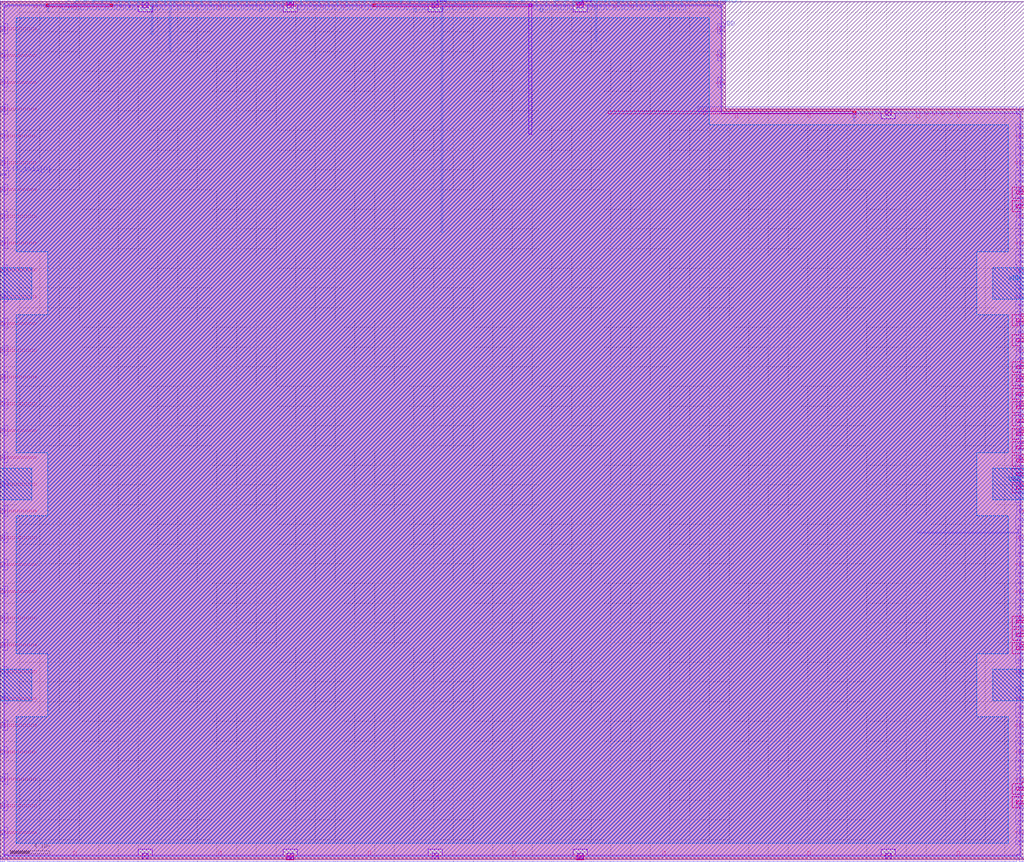
<source format=lef>
VERSION 5.7 ;
BUSBITCHARS "[]" ;

UNITS
  DATABASE MICRONS 1000 ;
END UNITS

MANUFACTURINGGRID 0.005 ;

LAYER li1
  TYPE ROUTING ;
  DIRECTION VERTICAL ;
  PITCH 0.46 ;
  WIDTH 0.17 ;
END li1

LAYER mcon
  TYPE CUT ;
END mcon

LAYER met1
  TYPE ROUTING ;
  DIRECTION HORIZONTAL ;
  PITCH 0.34 ;
  WIDTH 0.14 ;
END met1

LAYER via
  TYPE CUT ;
END via

LAYER met2
  TYPE ROUTING ;
  DIRECTION VERTICAL ;
  PITCH 0.46 ;
  WIDTH 0.14 ;
END met2

LAYER via2
  TYPE CUT ;
END via2

LAYER met3
  TYPE ROUTING ;
  DIRECTION HORIZONTAL ;
  PITCH 0.68 ;
  WIDTH 0.3 ;
END met3

LAYER via3
  TYPE CUT ;
END via3

LAYER met4
  TYPE ROUTING ;
  DIRECTION VERTICAL ;
  PITCH 0.92 ;
  WIDTH 0.3 ;
END met4

LAYER via4
  TYPE CUT ;
END via4

LAYER met5
  TYPE ROUTING ;
  DIRECTION HORIZONTAL ;
  PITCH 3.4 ;
  WIDTH 1.6 ;
END met5

LAYER nwell
  TYPE MASTERSLICE ;
END nwell

LAYER pwell
  TYPE MASTERSLICE ;
END pwell

LAYER OVERLAP
  TYPE OVERLAP ;
END OVERLAP

VIA L1M1_PR
  LAYER li1 ;
    RECT -0.085 -0.085 0.085 0.085 ;
  LAYER mcon ;
    RECT -0.085 -0.085 0.085 0.085 ;
  LAYER met1 ;
    RECT -0.145 -0.115 0.145 0.115 ;
END L1M1_PR

VIA L1M1_PR_R
  LAYER li1 ;
    RECT -0.085 -0.085 0.085 0.085 ;
  LAYER mcon ;
    RECT -0.085 -0.085 0.085 0.085 ;
  LAYER met1 ;
    RECT -0.115 -0.145 0.115 0.145 ;
END L1M1_PR_R

VIA L1M1_PR_M
  LAYER li1 ;
    RECT -0.085 -0.085 0.085 0.085 ;
  LAYER mcon ;
    RECT -0.085 -0.085 0.085 0.085 ;
  LAYER met1 ;
    RECT -0.115 -0.145 0.115 0.145 ;
END L1M1_PR_M

VIA L1M1_PR_MR
  LAYER li1 ;
    RECT -0.085 -0.085 0.085 0.085 ;
  LAYER mcon ;
    RECT -0.085 -0.085 0.085 0.085 ;
  LAYER met1 ;
    RECT -0.145 -0.115 0.145 0.115 ;
END L1M1_PR_MR

VIA L1M1_PR_C
  LAYER li1 ;
    RECT -0.085 -0.085 0.085 0.085 ;
  LAYER mcon ;
    RECT -0.085 -0.085 0.085 0.085 ;
  LAYER met1 ;
    RECT -0.145 -0.145 0.145 0.145 ;
END L1M1_PR_C

VIA M1M2_PR
  LAYER met1 ;
    RECT -0.16 -0.13 0.16 0.13 ;
  LAYER via ;
    RECT -0.075 -0.075 0.075 0.075 ;
  LAYER met2 ;
    RECT -0.13 -0.16 0.13 0.16 ;
END M1M2_PR

VIA M1M2_PR_Enc
  LAYER met1 ;
    RECT -0.16 -0.13 0.16 0.13 ;
  LAYER via ;
    RECT -0.075 -0.075 0.075 0.075 ;
  LAYER met2 ;
    RECT -0.16 -0.13 0.16 0.13 ;
END M1M2_PR_Enc

VIA M1M2_PR_R
  LAYER met1 ;
    RECT -0.13 -0.16 0.13 0.16 ;
  LAYER via ;
    RECT -0.075 -0.075 0.075 0.075 ;
  LAYER met2 ;
    RECT -0.16 -0.13 0.16 0.13 ;
END M1M2_PR_R

VIA M1M2_PR_R_Enc
  LAYER met1 ;
    RECT -0.13 -0.16 0.13 0.16 ;
  LAYER via ;
    RECT -0.075 -0.075 0.075 0.075 ;
  LAYER met2 ;
    RECT -0.13 -0.16 0.13 0.16 ;
END M1M2_PR_R_Enc

VIA M1M2_PR_M
  LAYER met1 ;
    RECT -0.16 -0.13 0.16 0.13 ;
  LAYER via ;
    RECT -0.075 -0.075 0.075 0.075 ;
  LAYER met2 ;
    RECT -0.16 -0.13 0.16 0.13 ;
END M1M2_PR_M

VIA M1M2_PR_M_Enc
  LAYER met1 ;
    RECT -0.16 -0.13 0.16 0.13 ;
  LAYER via ;
    RECT -0.075 -0.075 0.075 0.075 ;
  LAYER met2 ;
    RECT -0.13 -0.16 0.13 0.16 ;
END M1M2_PR_M_Enc

VIA M1M2_PR_MR
  LAYER met1 ;
    RECT -0.13 -0.16 0.13 0.16 ;
  LAYER via ;
    RECT -0.075 -0.075 0.075 0.075 ;
  LAYER met2 ;
    RECT -0.13 -0.16 0.13 0.16 ;
END M1M2_PR_MR

VIA M1M2_PR_MR_Enc
  LAYER met1 ;
    RECT -0.13 -0.16 0.13 0.16 ;
  LAYER via ;
    RECT -0.075 -0.075 0.075 0.075 ;
  LAYER met2 ;
    RECT -0.16 -0.13 0.16 0.13 ;
END M1M2_PR_MR_Enc

VIA M1M2_PR_C
  LAYER met1 ;
    RECT -0.16 -0.16 0.16 0.16 ;
  LAYER via ;
    RECT -0.075 -0.075 0.075 0.075 ;
  LAYER met2 ;
    RECT -0.16 -0.16 0.16 0.16 ;
END M1M2_PR_C

VIA M2M3_PR
  LAYER met2 ;
    RECT -0.14 -0.185 0.14 0.185 ;
  LAYER via2 ;
    RECT -0.1 -0.1 0.1 0.1 ;
  LAYER met3 ;
    RECT -0.165 -0.165 0.165 0.165 ;
END M2M3_PR

VIA M2M3_PR_R
  LAYER met2 ;
    RECT -0.185 -0.14 0.185 0.14 ;
  LAYER via2 ;
    RECT -0.1 -0.1 0.1 0.1 ;
  LAYER met3 ;
    RECT -0.165 -0.165 0.165 0.165 ;
END M2M3_PR_R

VIA M2M3_PR_M
  LAYER met2 ;
    RECT -0.14 -0.185 0.14 0.185 ;
  LAYER via2 ;
    RECT -0.1 -0.1 0.1 0.1 ;
  LAYER met3 ;
    RECT -0.165 -0.165 0.165 0.165 ;
END M2M3_PR_M

VIA M2M3_PR_MR
  LAYER met2 ;
    RECT -0.185 -0.14 0.185 0.14 ;
  LAYER via2 ;
    RECT -0.1 -0.1 0.1 0.1 ;
  LAYER met3 ;
    RECT -0.165 -0.165 0.165 0.165 ;
END M2M3_PR_MR

VIA M2M3_PR_C
  LAYER met2 ;
    RECT -0.185 -0.185 0.185 0.185 ;
  LAYER via2 ;
    RECT -0.1 -0.1 0.1 0.1 ;
  LAYER met3 ;
    RECT -0.165 -0.165 0.165 0.165 ;
END M2M3_PR_C

VIA M3M4_PR
  LAYER met3 ;
    RECT -0.19 -0.16 0.19 0.16 ;
  LAYER via3 ;
    RECT -0.1 -0.1 0.1 0.1 ;
  LAYER met4 ;
    RECT -0.165 -0.165 0.165 0.165 ;
END M3M4_PR

VIA M3M4_PR_R
  LAYER met3 ;
    RECT -0.16 -0.19 0.16 0.19 ;
  LAYER via3 ;
    RECT -0.1 -0.1 0.1 0.1 ;
  LAYER met4 ;
    RECT -0.165 -0.165 0.165 0.165 ;
END M3M4_PR_R

VIA M3M4_PR_M
  LAYER met3 ;
    RECT -0.19 -0.16 0.19 0.16 ;
  LAYER via3 ;
    RECT -0.1 -0.1 0.1 0.1 ;
  LAYER met4 ;
    RECT -0.165 -0.165 0.165 0.165 ;
END M3M4_PR_M

VIA M3M4_PR_MR
  LAYER met3 ;
    RECT -0.16 -0.19 0.16 0.19 ;
  LAYER via3 ;
    RECT -0.1 -0.1 0.1 0.1 ;
  LAYER met4 ;
    RECT -0.165 -0.165 0.165 0.165 ;
END M3M4_PR_MR

VIA M3M4_PR_C
  LAYER met3 ;
    RECT -0.19 -0.19 0.19 0.19 ;
  LAYER via3 ;
    RECT -0.1 -0.1 0.1 0.1 ;
  LAYER met4 ;
    RECT -0.165 -0.165 0.165 0.165 ;
END M3M4_PR_C

VIA M4M5_PR
  LAYER met4 ;
    RECT -0.59 -0.59 0.59 0.59 ;
  LAYER via4 ;
    RECT -0.4 -0.4 0.4 0.4 ;
  LAYER met5 ;
    RECT -0.71 -0.71 0.71 0.71 ;
END M4M5_PR

VIA M4M5_PR_R
  LAYER met4 ;
    RECT -0.59 -0.59 0.59 0.59 ;
  LAYER via4 ;
    RECT -0.4 -0.4 0.4 0.4 ;
  LAYER met5 ;
    RECT -0.71 -0.71 0.71 0.71 ;
END M4M5_PR_R

VIA M4M5_PR_M
  LAYER met4 ;
    RECT -0.59 -0.59 0.59 0.59 ;
  LAYER via4 ;
    RECT -0.4 -0.4 0.4 0.4 ;
  LAYER met5 ;
    RECT -0.71 -0.71 0.71 0.71 ;
END M4M5_PR_M

VIA M4M5_PR_MR
  LAYER met4 ;
    RECT -0.59 -0.59 0.59 0.59 ;
  LAYER via4 ;
    RECT -0.4 -0.4 0.4 0.4 ;
  LAYER met5 ;
    RECT -0.71 -0.71 0.71 0.71 ;
END M4M5_PR_MR

VIA M4M5_PR_C
  LAYER met4 ;
    RECT -0.59 -0.59 0.59 0.59 ;
  LAYER via4 ;
    RECT -0.4 -0.4 0.4 0.4 ;
  LAYER met5 ;
    RECT -0.71 -0.71 0.71 0.71 ;
END M4M5_PR_C

SITE unit
  CLASS CORE ;
  SYMMETRY Y ;
  SIZE 0.46 BY 2.72 ;
END unit

SITE unithddbl
  CLASS CORE ;
  SIZE 0.46 BY 5.44 ;
END unithddbl

MACRO sb_0__0_
  CLASS BLOCK ;
  ORIGIN 0 0 ;
  SIZE 103.96 BY 87.04 ;
  SYMMETRY X Y ;
  PIN pReset[0]
    DIRECTION INPUT ;
    USE SIGNAL ;
    PORT
      LAYER met2 ;
        RECT 51.68 86.555 51.82 87.04 ;
    END
  END pReset[0]
  PIN chany_top_in[0]
    DIRECTION INPUT ;
    USE SIGNAL ;
    PORT
      LAYER met2 ;
        RECT 69.16 86.555 69.3 87.04 ;
    END
  END chany_top_in[0]
  PIN chany_top_in[1]
    DIRECTION INPUT ;
    USE SIGNAL ;
    PORT
      LAYER met2 ;
        RECT 55.36 86.555 55.5 87.04 ;
    END
  END chany_top_in[1]
  PIN chany_top_in[2]
    DIRECTION INPUT ;
    USE SIGNAL ;
    PORT
      LAYER met2 ;
        RECT 57.2 86.555 57.34 87.04 ;
    END
  END chany_top_in[2]
  PIN chany_top_in[3]
    DIRECTION INPUT ;
    USE SIGNAL ;
    PORT
      LAYER met2 ;
        RECT 28.68 86.555 28.82 87.04 ;
    END
  END chany_top_in[3]
  PIN chany_top_in[4]
    DIRECTION INPUT ;
    USE SIGNAL ;
    PORT
      LAYER met2 ;
        RECT 65.48 86.555 65.62 87.04 ;
    END
  END chany_top_in[4]
  PIN chany_top_in[5]
    DIRECTION INPUT ;
    USE SIGNAL ;
    PORT
      LAYER met2 ;
        RECT 64.56 86.555 64.7 87.04 ;
    END
  END chany_top_in[5]
  PIN chany_top_in[6]
    DIRECTION INPUT ;
    USE SIGNAL ;
    PORT
      LAYER met2 ;
        RECT 8.44 86.555 8.58 87.04 ;
    END
  END chany_top_in[6]
  PIN chany_top_in[7]
    DIRECTION INPUT ;
    USE SIGNAL ;
    PORT
      LAYER met2 ;
        RECT 12.12 86.555 12.26 87.04 ;
    END
  END chany_top_in[7]
  PIN chany_top_in[8]
    DIRECTION INPUT ;
    USE SIGNAL ;
    PORT
      LAYER met2 ;
        RECT 23.16 86.555 23.3 87.04 ;
    END
  END chany_top_in[8]
  PIN chany_top_in[9]
    DIRECTION INPUT ;
    USE SIGNAL ;
    PORT
      LAYER met2 ;
        RECT 22.24 86.555 22.38 87.04 ;
    END
  END chany_top_in[9]
  PIN chany_top_in[10]
    DIRECTION INPUT ;
    USE SIGNAL ;
    PORT
      LAYER met2 ;
        RECT 24.08 86.555 24.22 87.04 ;
    END
  END chany_top_in[10]
  PIN chany_top_in[11]
    DIRECTION INPUT ;
    USE SIGNAL ;
    PORT
      LAYER met2 ;
        RECT 31.44 86.555 31.58 87.04 ;
    END
  END chany_top_in[11]
  PIN chany_top_in[12]
    DIRECTION INPUT ;
    USE SIGNAL ;
    PORT
      LAYER met2 ;
        RECT 30.52 86.555 30.66 87.04 ;
    END
  END chany_top_in[12]
  PIN chany_top_in[13]
    DIRECTION INPUT ;
    USE SIGNAL ;
    PORT
      LAYER met2 ;
        RECT 66.4 86.555 66.54 87.04 ;
    END
  END chany_top_in[13]
  PIN chany_top_in[14]
    DIRECTION INPUT ;
    USE SIGNAL ;
    PORT
      LAYER met2 ;
        RECT 56.28 86.555 56.42 87.04 ;
    END
  END chany_top_in[14]
  PIN chany_top_in[15]
    DIRECTION INPUT ;
    USE SIGNAL ;
    PORT
      LAYER met2 ;
        RECT 60.88 86.555 61.02 87.04 ;
    END
  END chany_top_in[15]
  PIN chany_top_in[16]
    DIRECTION INPUT ;
    USE SIGNAL ;
    PORT
      LAYER met2 ;
        RECT 34.2 86.555 34.34 87.04 ;
    END
  END chany_top_in[16]
  PIN chany_top_in[17]
    DIRECTION INPUT ;
    USE SIGNAL ;
    PORT
      LAYER met2 ;
        RECT 45.24 86.555 45.38 87.04 ;
    END
  END chany_top_in[17]
  PIN chany_top_in[18]
    DIRECTION INPUT ;
    USE SIGNAL ;
    PORT
      LAYER met2 ;
        RECT 7.52 86.555 7.66 87.04 ;
    END
  END chany_top_in[18]
  PIN chany_top_in[19]
    DIRECTION INPUT ;
    USE SIGNAL ;
    PORT
      LAYER met2 ;
        RECT 32.36 86.555 32.5 87.04 ;
    END
  END chany_top_in[19]
  PIN chany_top_in[20]
    DIRECTION INPUT ;
    USE SIGNAL ;
    PORT
      LAYER met2 ;
        RECT 59.96 86.555 60.1 87.04 ;
    END
  END chany_top_in[20]
  PIN chany_top_in[21]
    DIRECTION INPUT ;
    USE SIGNAL ;
    PORT
      LAYER met2 ;
        RECT 63.64 86.555 63.78 87.04 ;
    END
  END chany_top_in[21]
  PIN chany_top_in[22]
    DIRECTION INPUT ;
    USE SIGNAL ;
    PORT
      LAYER met2 ;
        RECT 9.36 86.555 9.5 87.04 ;
    END
  END chany_top_in[22]
  PIN chany_top_in[23]
    DIRECTION INPUT ;
    USE SIGNAL ;
    PORT
      LAYER met2 ;
        RECT 25.92 86.555 26.06 87.04 ;
    END
  END chany_top_in[23]
  PIN chany_top_in[24]
    DIRECTION INPUT ;
    USE SIGNAL ;
    PORT
      LAYER met2 ;
        RECT 27.76 86.555 27.9 87.04 ;
    END
  END chany_top_in[24]
  PIN chany_top_in[25]
    DIRECTION INPUT ;
    USE SIGNAL ;
    PORT
      LAYER met2 ;
        RECT 6.6 86.555 6.74 87.04 ;
    END
  END chany_top_in[25]
  PIN chany_top_in[26]
    DIRECTION INPUT ;
    USE SIGNAL ;
    PORT
      LAYER met2 ;
        RECT 48 86.555 48.14 87.04 ;
    END
  END chany_top_in[26]
  PIN chany_top_in[27]
    DIRECTION INPUT ;
    USE SIGNAL ;
    PORT
      LAYER met2 ;
        RECT 68.24 86.555 68.38 87.04 ;
    END
  END chany_top_in[27]
  PIN chany_top_in[28]
    DIRECTION INPUT ;
    USE SIGNAL ;
    PORT
      LAYER met2 ;
        RECT 67.32 86.555 67.46 87.04 ;
    END
  END chany_top_in[28]
  PIN chany_top_in[29]
    DIRECTION INPUT ;
    USE SIGNAL ;
    PORT
      LAYER met2 ;
        RECT 58.12 86.555 58.26 87.04 ;
    END
  END chany_top_in[29]
  PIN top_left_grid_pin_1_[0]
    DIRECTION INPUT ;
    USE SIGNAL ;
    PORT
      LAYER met2 ;
        RECT 54.44 86.555 54.58 87.04 ;
    END
  END top_left_grid_pin_1_[0]
  PIN chanx_right_in[0]
    DIRECTION INPUT ;
    USE SIGNAL ;
    PORT
      LAYER met1 ;
        RECT 103.365 23.56 103.96 23.7 ;
    END
  END chanx_right_in[0]
  PIN chanx_right_in[1]
    DIRECTION INPUT ;
    USE SIGNAL ;
    PORT
      LAYER met3 ;
        RECT 103.16 21.27 103.96 21.57 ;
    END
  END chanx_right_in[1]
  PIN chanx_right_in[2]
    DIRECTION INPUT ;
    USE SIGNAL ;
    PORT
      LAYER met1 ;
        RECT 103.365 31.04 103.96 31.18 ;
    END
  END chanx_right_in[2]
  PIN chanx_right_in[3]
    DIRECTION INPUT ;
    USE SIGNAL ;
    PORT
      LAYER met1 ;
        RECT 103.365 36.48 103.96 36.62 ;
    END
  END chanx_right_in[3]
  PIN chanx_right_in[4]
    DIRECTION INPUT ;
    USE SIGNAL ;
    PORT
      LAYER met3 ;
        RECT 103.16 22.63 103.96 22.93 ;
    END
  END chanx_right_in[4]
  PIN chanx_right_in[5]
    DIRECTION INPUT ;
    USE SIGNAL ;
    PORT
      LAYER met1 ;
        RECT 103.365 25.6 103.96 25.74 ;
    END
  END chanx_right_in[5]
  PIN chanx_right_in[6]
    DIRECTION INPUT ;
    USE SIGNAL ;
    PORT
      LAYER met1 ;
        RECT 103.365 17.1 103.96 17.24 ;
    END
  END chanx_right_in[6]
  PIN chanx_right_in[7]
    DIRECTION INPUT ;
    USE SIGNAL ;
    PORT
      LAYER met1 ;
        RECT 103.365 29 103.96 29.14 ;
    END
  END chanx_right_in[7]
  PIN chanx_right_in[8]
    DIRECTION INPUT ;
    USE SIGNAL ;
    PORT
      LAYER met3 ;
        RECT 103.16 38.95 103.96 39.25 ;
    END
  END chanx_right_in[8]
  PIN chanx_right_in[9]
    DIRECTION INPUT ;
    USE SIGNAL ;
    PORT
      LAYER met1 ;
        RECT 103.365 71.5 103.96 71.64 ;
    END
  END chanx_right_in[9]
  PIN chanx_right_in[10]
    DIRECTION INPUT ;
    USE SIGNAL ;
    PORT
      LAYER met1 ;
        RECT 103.365 66.4 103.96 66.54 ;
    END
  END chanx_right_in[10]
  PIN chanx_right_in[11]
    DIRECTION INPUT ;
    USE SIGNAL ;
    PORT
      LAYER met1 ;
        RECT 103.365 37.16 103.96 37.3 ;
    END
  END chanx_right_in[11]
  PIN chanx_right_in[12]
    DIRECTION INPUT ;
    USE SIGNAL ;
    PORT
      LAYER met1 ;
        RECT 103.365 12.68 103.96 12.82 ;
    END
  END chanx_right_in[12]
  PIN chanx_right_in[13]
    DIRECTION INPUT ;
    USE SIGNAL ;
    PORT
      LAYER met1 ;
        RECT 103.365 57.9 103.96 58.04 ;
    END
  END chanx_right_in[13]
  PIN chanx_right_in[14]
    DIRECTION INPUT ;
    USE SIGNAL ;
    PORT
      LAYER met1 ;
        RECT 103.365 34.44 103.96 34.58 ;
    END
  END chanx_right_in[14]
  PIN chanx_right_in[15]
    DIRECTION INPUT ;
    USE SIGNAL ;
    PORT
      LAYER met1 ;
        RECT 103.365 31.72 103.96 31.86 ;
    END
  END chanx_right_in[15]
  PIN chanx_right_in[16]
    DIRECTION INPUT ;
    USE SIGNAL ;
    PORT
      LAYER met1 ;
        RECT 103.365 33.76 103.96 33.9 ;
    END
  END chanx_right_in[16]
  PIN chanx_right_in[17]
    DIRECTION INPUT ;
    USE SIGNAL ;
    PORT
      LAYER met1 ;
        RECT 103.365 22.88 103.96 23.02 ;
    END
  END chanx_right_in[17]
  PIN chanx_right_in[18]
    DIRECTION INPUT ;
    USE SIGNAL ;
    PORT
      LAYER met1 ;
        RECT 103.365 20.16 103.96 20.3 ;
    END
  END chanx_right_in[18]
  PIN chanx_right_in[19]
    DIRECTION INPUT ;
    USE SIGNAL ;
    PORT
      LAYER met1 ;
        RECT 103.365 27.98 103.96 28.12 ;
    END
  END chanx_right_in[19]
  PIN chanx_right_in[20]
    DIRECTION INPUT ;
    USE SIGNAL ;
    PORT
      LAYER met1 ;
        RECT 103.365 63.34 103.96 63.48 ;
    END
  END chanx_right_in[20]
  PIN chanx_right_in[21]
    DIRECTION INPUT ;
    USE SIGNAL ;
    PORT
      LAYER met3 ;
        RECT 103.16 47.11 103.96 47.41 ;
    END
  END chanx_right_in[21]
  PIN chanx_right_in[22]
    DIRECTION INPUT ;
    USE SIGNAL ;
    PORT
      LAYER met3 ;
        RECT 103.16 54.59 103.96 54.89 ;
    END
  END chanx_right_in[22]
  PIN chanx_right_in[23]
    DIRECTION INPUT ;
    USE SIGNAL ;
    PORT
      LAYER met1 ;
        RECT 103.365 15.4 103.96 15.54 ;
    END
  END chanx_right_in[23]
  PIN chanx_right_in[24]
    DIRECTION INPUT ;
    USE SIGNAL ;
    PORT
      LAYER met1 ;
        RECT 103.365 20.84 103.96 20.98 ;
    END
  END chanx_right_in[24]
  PIN chanx_right_in[25]
    DIRECTION INPUT ;
    USE SIGNAL ;
    PORT
      LAYER met1 ;
        RECT 103.365 72.18 103.96 72.32 ;
    END
  END chanx_right_in[25]
  PIN chanx_right_in[26]
    DIRECTION INPUT ;
    USE SIGNAL ;
    PORT
      LAYER met1 ;
        RECT 103.365 61.3 103.96 61.44 ;
    END
  END chanx_right_in[26]
  PIN chanx_right_in[27]
    DIRECTION INPUT ;
    USE SIGNAL ;
    PORT
      LAYER met1 ;
        RECT 103.365 26.28 103.96 26.42 ;
    END
  END chanx_right_in[27]
  PIN chanx_right_in[28]
    DIRECTION INPUT ;
    USE SIGNAL ;
    PORT
      LAYER met1 ;
        RECT 103.365 44.3 103.96 44.44 ;
    END
  END chanx_right_in[28]
  PIN chanx_right_in[29]
    DIRECTION INPUT ;
    USE SIGNAL ;
    PORT
      LAYER met1 ;
        RECT 103.365 67.08 103.96 67.22 ;
    END
  END chanx_right_in[29]
  PIN right_bottom_grid_pin_1_[0]
    DIRECTION INPUT ;
    USE SIGNAL ;
    PORT
      LAYER met1 ;
        RECT 103.365 3.84 103.96 3.98 ;
    END
  END right_bottom_grid_pin_1_[0]
  PIN right_bottom_grid_pin_3_[0]
    DIRECTION INPUT ;
    USE SIGNAL ;
    PORT
      LAYER met1 ;
        RECT 103.365 9.28 103.96 9.42 ;
    END
  END right_bottom_grid_pin_3_[0]
  PIN right_bottom_grid_pin_5_[0]
    DIRECTION INPUT ;
    USE SIGNAL ;
    PORT
      LAYER met3 ;
        RECT 103.16 5.63 103.96 5.93 ;
    END
  END right_bottom_grid_pin_5_[0]
  PIN right_bottom_grid_pin_7_[0]
    DIRECTION INPUT ;
    USE SIGNAL ;
    PORT
      LAYER met1 ;
        RECT 103.365 6.56 103.96 6.7 ;
    END
  END right_bottom_grid_pin_7_[0]
  PIN right_bottom_grid_pin_9_[0]
    DIRECTION INPUT ;
    USE SIGNAL ;
    PORT
      LAYER met3 ;
        RECT 103.16 6.99 103.96 7.29 ;
    END
  END right_bottom_grid_pin_9_[0]
  PIN right_bottom_grid_pin_11_[0]
    DIRECTION INPUT ;
    USE SIGNAL ;
    PORT
      LAYER met1 ;
        RECT 103.365 7.24 103.96 7.38 ;
    END
  END right_bottom_grid_pin_11_[0]
  PIN right_bottom_grid_pin_13_[0]
    DIRECTION INPUT ;
    USE SIGNAL ;
    PORT
      LAYER met1 ;
        RECT 103.365 1.8 103.96 1.94 ;
    END
  END right_bottom_grid_pin_13_[0]
  PIN right_bottom_grid_pin_15_[0]
    DIRECTION INPUT ;
    USE SIGNAL ;
    PORT
      LAYER met1 ;
        RECT 103.365 14.72 103.96 14.86 ;
    END
  END right_bottom_grid_pin_15_[0]
  PIN right_bottom_grid_pin_17_[0]
    DIRECTION INPUT ;
    USE SIGNAL ;
    PORT
      LAYER met1 ;
        RECT 103.365 4.52 103.96 4.66 ;
    END
  END right_bottom_grid_pin_17_[0]
  PIN ccff_head[0]
    DIRECTION INPUT ;
    USE SIGNAL ;
    PORT
      LAYER met1 ;
        RECT 103.365 11.66 103.96 11.8 ;
    END
  END ccff_head[0]
  PIN chany_top_out[0]
    DIRECTION OUTPUT ;
    USE SIGNAL ;
    PORT
      LAYER met2 ;
        RECT 26.84 86.555 26.98 87.04 ;
    END
  END chany_top_out[0]
  PIN chany_top_out[1]
    DIRECTION OUTPUT ;
    USE SIGNAL ;
    PORT
      LAYER met2 ;
        RECT 62.72 86.555 62.86 87.04 ;
    END
  END chany_top_out[1]
  PIN chany_top_out[2]
    DIRECTION OUTPUT ;
    USE SIGNAL ;
    PORT
      LAYER met2 ;
        RECT 13.96 86.555 14.1 87.04 ;
    END
  END chany_top_out[2]
  PIN chany_top_out[3]
    DIRECTION OUTPUT ;
    USE SIGNAL ;
    PORT
      LAYER met2 ;
        RECT 10.28 86.555 10.42 87.04 ;
    END
  END chany_top_out[3]
  PIN chany_top_out[4]
    DIRECTION OUTPUT ;
    USE SIGNAL ;
    PORT
      LAYER met2 ;
        RECT 44.32 86.555 44.46 87.04 ;
    END
  END chany_top_out[4]
  PIN chany_top_out[5]
    DIRECTION OUTPUT ;
    USE SIGNAL ;
    PORT
      LAYER met2 ;
        RECT 21.32 86.555 21.46 87.04 ;
    END
  END chany_top_out[5]
  PIN chany_top_out[6]
    DIRECTION OUTPUT ;
    USE SIGNAL ;
    PORT
      LAYER met2 ;
        RECT 13.04 86.555 13.18 87.04 ;
    END
  END chany_top_out[6]
  PIN chany_top_out[7]
    DIRECTION OUTPUT ;
    USE SIGNAL ;
    PORT
      LAYER met2 ;
        RECT 35.12 86.555 35.26 87.04 ;
    END
  END chany_top_out[7]
  PIN chany_top_out[8]
    DIRECTION OUTPUT ;
    USE SIGNAL ;
    PORT
      LAYER met2 ;
        RECT 61.8 86.555 61.94 87.04 ;
    END
  END chany_top_out[8]
  PIN chany_top_out[9]
    DIRECTION OUTPUT ;
    USE SIGNAL ;
    PORT
      LAYER met2 ;
        RECT 14.88 86.555 15.02 87.04 ;
    END
  END chany_top_out[9]
  PIN chany_top_out[10]
    DIRECTION OUTPUT ;
    USE SIGNAL ;
    PORT
      LAYER met2 ;
        RECT 43.4 86.555 43.54 87.04 ;
    END
  END chany_top_out[10]
  PIN chany_top_out[11]
    DIRECTION OUTPUT ;
    USE SIGNAL ;
    PORT
      LAYER met2 ;
        RECT 20.4 86.555 20.54 87.04 ;
    END
  END chany_top_out[11]
  PIN chany_top_out[12]
    DIRECTION OUTPUT ;
    USE SIGNAL ;
    PORT
      LAYER met2 ;
        RECT 25 86.555 25.14 87.04 ;
    END
  END chany_top_out[12]
  PIN chany_top_out[13]
    DIRECTION OUTPUT ;
    USE SIGNAL ;
    PORT
      LAYER met2 ;
        RECT 15.8 86.555 15.94 87.04 ;
    END
  END chany_top_out[13]
  PIN chany_top_out[14]
    DIRECTION OUTPUT ;
    USE SIGNAL ;
    PORT
      LAYER met2 ;
        RECT 46.16 86.555 46.3 87.04 ;
    END
  END chany_top_out[14]
  PIN chany_top_out[15]
    DIRECTION OUTPUT ;
    USE SIGNAL ;
    PORT
      LAYER met2 ;
        RECT 36.04 86.555 36.18 87.04 ;
    END
  END chany_top_out[15]
  PIN chany_top_out[16]
    DIRECTION OUTPUT ;
    USE SIGNAL ;
    PORT
      LAYER met2 ;
        RECT 42.48 86.555 42.62 87.04 ;
    END
  END chany_top_out[16]
  PIN chany_top_out[17]
    DIRECTION OUTPUT ;
    USE SIGNAL ;
    PORT
      LAYER met2 ;
        RECT 19.48 86.555 19.62 87.04 ;
    END
  END chany_top_out[17]
  PIN chany_top_out[18]
    DIRECTION OUTPUT ;
    USE SIGNAL ;
    PORT
      LAYER met2 ;
        RECT 33.28 86.555 33.42 87.04 ;
    END
  END chany_top_out[18]
  PIN chany_top_out[19]
    DIRECTION OUTPUT ;
    USE SIGNAL ;
    PORT
      LAYER met2 ;
        RECT 36.96 86.555 37.1 87.04 ;
    END
  END chany_top_out[19]
  PIN chany_top_out[20]
    DIRECTION OUTPUT ;
    USE SIGNAL ;
    PORT
      LAYER met2 ;
        RECT 41.56 86.555 41.7 87.04 ;
    END
  END chany_top_out[20]
  PIN chany_top_out[21]
    DIRECTION OUTPUT ;
    USE SIGNAL ;
    PORT
      LAYER met2 ;
        RECT 16.72 86.555 16.86 87.04 ;
    END
  END chany_top_out[21]
  PIN chany_top_out[22]
    DIRECTION OUTPUT ;
    USE SIGNAL ;
    PORT
      LAYER met2 ;
        RECT 11.2 86.555 11.34 87.04 ;
    END
  END chany_top_out[22]
  PIN chany_top_out[23]
    DIRECTION OUTPUT ;
    USE SIGNAL ;
    PORT
      LAYER met2 ;
        RECT 37.88 86.555 38.02 87.04 ;
    END
  END chany_top_out[23]
  PIN chany_top_out[24]
    DIRECTION OUTPUT ;
    USE SIGNAL ;
    PORT
      LAYER met2 ;
        RECT 47.08 86.555 47.22 87.04 ;
    END
  END chany_top_out[24]
  PIN chany_top_out[25]
    DIRECTION OUTPUT ;
    USE SIGNAL ;
    PORT
      LAYER met2 ;
        RECT 40.64 86.555 40.78 87.04 ;
    END
  END chany_top_out[25]
  PIN chany_top_out[26]
    DIRECTION OUTPUT ;
    USE SIGNAL ;
    PORT
      LAYER met2 ;
        RECT 38.8 86.555 38.94 87.04 ;
    END
  END chany_top_out[26]
  PIN chany_top_out[27]
    DIRECTION OUTPUT ;
    USE SIGNAL ;
    PORT
      LAYER met2 ;
        RECT 18.56 86.555 18.7 87.04 ;
    END
  END chany_top_out[27]
  PIN chany_top_out[28]
    DIRECTION OUTPUT ;
    USE SIGNAL ;
    PORT
      LAYER met2 ;
        RECT 17.64 86.555 17.78 87.04 ;
    END
  END chany_top_out[28]
  PIN chany_top_out[29]
    DIRECTION OUTPUT ;
    USE SIGNAL ;
    PORT
      LAYER met2 ;
        RECT 39.72 86.555 39.86 87.04 ;
    END
  END chany_top_out[29]
  PIN chanx_right_out[0]
    DIRECTION OUTPUT ;
    USE SIGNAL ;
    PORT
      LAYER met3 ;
        RECT 103.16 23.99 103.96 24.29 ;
    END
  END chanx_right_out[0]
  PIN chanx_right_out[1]
    DIRECTION OUTPUT ;
    USE SIGNAL ;
    PORT
      LAYER met1 ;
        RECT 103.365 48.04 103.96 48.18 ;
    END
  END chanx_right_out[1]
  PIN chanx_right_out[2]
    DIRECTION OUTPUT ;
    USE SIGNAL ;
    PORT
      LAYER met1 ;
        RECT 103.365 53.48 103.96 53.62 ;
    END
  END chanx_right_out[2]
  PIN chanx_right_out[3]
    DIRECTION OUTPUT ;
    USE SIGNAL ;
    PORT
      LAYER met3 ;
        RECT 103.16 43.03 103.96 43.33 ;
    END
  END chanx_right_out[3]
  PIN chanx_right_out[4]
    DIRECTION OUTPUT ;
    USE SIGNAL ;
    PORT
      LAYER met1 ;
        RECT 103.365 39.88 103.96 40.02 ;
    END
  END chanx_right_out[4]
  PIN chanx_right_out[5]
    DIRECTION OUTPUT ;
    USE SIGNAL ;
    PORT
      LAYER met3 ;
        RECT 103.16 44.39 103.96 44.69 ;
    END
  END chanx_right_out[5]
  PIN chanx_right_out[6]
    DIRECTION OUTPUT ;
    USE SIGNAL ;
    PORT
      LAYER met3 ;
        RECT 103.16 41.67 103.96 41.97 ;
    END
  END chanx_right_out[6]
  PIN chanx_right_out[7]
    DIRECTION OUTPUT ;
    USE SIGNAL ;
    PORT
      LAYER met1 ;
        RECT 103.365 42.26 103.96 42.4 ;
    END
  END chanx_right_out[7]
  PIN chanx_right_out[8]
    DIRECTION OUTPUT ;
    USE SIGNAL ;
    PORT
      LAYER met3 ;
        RECT 103.16 48.47 103.96 48.77 ;
    END
  END chanx_right_out[8]
  PIN chanx_right_out[9]
    DIRECTION OUTPUT ;
    USE SIGNAL ;
    PORT
      LAYER met1 ;
        RECT 103.365 50.08 103.96 50.22 ;
    END
  END chanx_right_out[9]
  PIN chanx_right_out[10]
    DIRECTION OUTPUT ;
    USE SIGNAL ;
    PORT
      LAYER met3 ;
        RECT 103.16 66.15 103.96 66.45 ;
    END
  END chanx_right_out[10]
  PIN chanx_right_out[11]
    DIRECTION OUTPUT ;
    USE SIGNAL ;
    PORT
      LAYER met3 ;
        RECT 103.16 37.59 103.96 37.89 ;
    END
  END chanx_right_out[11]
  PIN chanx_right_out[12]
    DIRECTION OUTPUT ;
    USE SIGNAL ;
    PORT
      LAYER met1 ;
        RECT 103.365 74.22 103.96 74.36 ;
    END
  END chanx_right_out[12]
  PIN chanx_right_out[13]
    DIRECTION OUTPUT ;
    USE SIGNAL ;
    PORT
      LAYER met1 ;
        RECT 103.365 41.58 103.96 41.72 ;
    END
  END chanx_right_out[13]
  PIN chanx_right_out[14]
    DIRECTION OUTPUT ;
    USE SIGNAL ;
    PORT
      LAYER met1 ;
        RECT 103.365 60.62 103.96 60.76 ;
    END
  END chanx_right_out[14]
  PIN chanx_right_out[15]
    DIRECTION OUTPUT ;
    USE SIGNAL ;
    PORT
      LAYER met1 ;
        RECT 103.365 52.46 103.96 52.6 ;
    END
  END chanx_right_out[15]
  PIN chanx_right_out[16]
    DIRECTION OUTPUT ;
    USE SIGNAL ;
    PORT
      LAYER met1 ;
        RECT 103.365 69.46 103.96 69.6 ;
    END
  END chanx_right_out[16]
  PIN chanx_right_out[17]
    DIRECTION OUTPUT ;
    USE SIGNAL ;
    PORT
      LAYER met1 ;
        RECT 103.365 64.36 103.96 64.5 ;
    END
  END chanx_right_out[17]
  PIN chanx_right_out[18]
    DIRECTION OUTPUT ;
    USE SIGNAL ;
    PORT
      LAYER met3 ;
        RECT 103.16 49.83 103.96 50.13 ;
    END
  END chanx_right_out[18]
  PIN chanx_right_out[19]
    DIRECTION OUTPUT ;
    USE SIGNAL ;
    PORT
      LAYER met1 ;
        RECT 103.365 44.98 103.96 45.12 ;
    END
  END chanx_right_out[19]
  PIN chanx_right_out[20]
    DIRECTION OUTPUT ;
    USE SIGNAL ;
    PORT
      LAYER met1 ;
        RECT 103.365 55.18 103.96 55.32 ;
    END
  END chanx_right_out[20]
  PIN chanx_right_out[21]
    DIRECTION OUTPUT ;
    USE SIGNAL ;
    PORT
      LAYER met1 ;
        RECT 103.365 68.78 103.96 68.92 ;
    END
  END chanx_right_out[21]
  PIN chanx_right_out[22]
    DIRECTION OUTPUT ;
    USE SIGNAL ;
    PORT
      LAYER met3 ;
        RECT 103.16 67.51 103.96 67.81 ;
    END
  END chanx_right_out[22]
  PIN chanx_right_out[23]
    DIRECTION OUTPUT ;
    USE SIGNAL ;
    PORT
      LAYER met1 ;
        RECT 103.365 50.76 103.96 50.9 ;
    END
  END chanx_right_out[23]
  PIN chanx_right_out[24]
    DIRECTION OUTPUT ;
    USE SIGNAL ;
    PORT
      LAYER met3 ;
        RECT 103.16 52.55 103.96 52.85 ;
    END
  END chanx_right_out[24]
  PIN chanx_right_out[25]
    DIRECTION OUTPUT ;
    USE SIGNAL ;
    PORT
      LAYER met1 ;
        RECT 103.365 38.86 103.96 39 ;
    END
  END chanx_right_out[25]
  PIN chanx_right_out[26]
    DIRECTION OUTPUT ;
    USE SIGNAL ;
    PORT
      LAYER met3 ;
        RECT 103.16 45.75 103.96 46.05 ;
    END
  END chanx_right_out[26]
  PIN chanx_right_out[27]
    DIRECTION OUTPUT ;
    USE SIGNAL ;
    PORT
      LAYER met1 ;
        RECT 103.365 47.02 103.96 47.16 ;
    END
  END chanx_right_out[27]
  PIN chanx_right_out[28]
    DIRECTION OUTPUT ;
    USE SIGNAL ;
    PORT
      LAYER met3 ;
        RECT 103.16 40.31 103.96 40.61 ;
    END
  END chanx_right_out[28]
  PIN chanx_right_out[29]
    DIRECTION OUTPUT ;
    USE SIGNAL ;
    PORT
      LAYER met1 ;
        RECT 103.365 58.92 103.96 59.06 ;
    END
  END chanx_right_out[29]
  PIN ccff_tail[0]
    DIRECTION OUTPUT ;
    USE SIGNAL ;
    PORT
      LAYER met1 ;
        RECT 0 69.46 0.595 69.6 ;
    END
  END ccff_tail[0]
  PIN pReset_E_in
    DIRECTION INPUT ;
    USE SIGNAL ;
    PORT
      LAYER met1 ;
        RECT 103.365 9.96 103.96 10.1 ;
    END
  END pReset_E_in
  PIN prog_clk_0_E_in
    DIRECTION INPUT ;
    USE CLOCK ;
    PORT
      LAYER met1 ;
        RECT 103.365 56.2 103.96 56.34 ;
    END
  END prog_clk_0_E_in
  PIN VDD
    DIRECTION INPUT ;
    USE POWER ;
    PORT
      LAYER met5 ;
        RECT 0 16.08 3.2 19.28 ;
        RECT 100.76 16.08 103.96 19.28 ;
        RECT 0 56.88 3.2 60.08 ;
        RECT 100.76 56.88 103.96 60.08 ;
      LAYER met4 ;
        RECT 14.42 0 15.02 0.6 ;
        RECT 43.86 0 44.46 0.6 ;
        RECT 89.86 0 90.46 0.6 ;
        RECT 89.86 75.56 90.46 76.16 ;
        RECT 14.42 86.44 15.02 87.04 ;
        RECT 43.86 86.44 44.46 87.04 ;
      LAYER met1 ;
        RECT 0 2.48 0.48 2.96 ;
        RECT 103.48 2.48 103.96 2.96 ;
        RECT 0 7.92 0.48 8.4 ;
        RECT 103.48 7.92 103.96 8.4 ;
        RECT 0 13.36 0.48 13.84 ;
        RECT 103.48 13.36 103.96 13.84 ;
        RECT 0 18.8 0.48 19.28 ;
        RECT 103.48 18.8 103.96 19.28 ;
        RECT 0 24.24 0.48 24.72 ;
        RECT 103.48 24.24 103.96 24.72 ;
        RECT 0 29.68 0.48 30.16 ;
        RECT 103.48 29.68 103.96 30.16 ;
        RECT 0 35.12 0.48 35.6 ;
        RECT 103.48 35.12 103.96 35.6 ;
        RECT 0 40.56 0.48 41.04 ;
        RECT 103.48 40.56 103.96 41.04 ;
        RECT 0 46 0.48 46.48 ;
        RECT 103.48 46 103.96 46.48 ;
        RECT 0 51.44 0.48 51.92 ;
        RECT 103.48 51.44 103.96 51.92 ;
        RECT 0 56.88 0.48 57.36 ;
        RECT 103.48 56.88 103.96 57.36 ;
        RECT 0 62.32 0.48 62.8 ;
        RECT 103.48 62.32 103.96 62.8 ;
        RECT 0 67.76 0.48 68.24 ;
        RECT 103.48 67.76 103.96 68.24 ;
        RECT 0 73.2 0.48 73.68 ;
        RECT 103.48 73.2 103.96 73.68 ;
        RECT 0 78.64 0.48 79.12 ;
        RECT 73.12 78.64 73.6 79.12 ;
        RECT 0 84.08 0.48 84.56 ;
        RECT 73.12 84.08 73.6 84.56 ;
    END
  END VDD
  PIN VSS
    DIRECTION INPUT ;
    USE GROUND ;
    PORT
      LAYER met5 ;
        RECT 0 36.48 3.2 39.68 ;
        RECT 100.76 36.48 103.96 39.68 ;
      LAYER met4 ;
        RECT 29.14 0 29.74 0.6 ;
        RECT 58.58 0 59.18 0.6 ;
        RECT 29.14 86.44 29.74 87.04 ;
        RECT 58.58 86.44 59.18 87.04 ;
      LAYER met1 ;
        RECT 0 -0.24 0.48 0.24 ;
        RECT 103.48 -0.24 103.96 0.24 ;
        RECT 0 5.2 0.48 5.68 ;
        RECT 103.48 5.2 103.96 5.68 ;
        RECT 0 10.64 0.48 11.12 ;
        RECT 103.48 10.64 103.96 11.12 ;
        RECT 0 16.08 0.48 16.56 ;
        RECT 103.48 16.08 103.96 16.56 ;
        RECT 0 21.52 0.48 22 ;
        RECT 103.48 21.52 103.96 22 ;
        RECT 0 26.96 0.48 27.44 ;
        RECT 103.48 26.96 103.96 27.44 ;
        RECT 0 32.4 0.48 32.88 ;
        RECT 103.48 32.4 103.96 32.88 ;
        RECT 0 37.84 0.48 38.32 ;
        RECT 103.48 37.84 103.96 38.32 ;
        RECT 0 43.28 0.48 43.76 ;
        RECT 103.48 43.28 103.96 43.76 ;
        RECT 0 48.72 0.48 49.2 ;
        RECT 103.48 48.72 103.96 49.2 ;
        RECT 0 54.16 0.48 54.64 ;
        RECT 103.48 54.16 103.96 54.64 ;
        RECT 0 59.6 0.48 60.08 ;
        RECT 103.48 59.6 103.96 60.08 ;
        RECT 0 65.04 0.48 65.52 ;
        RECT 103.48 65.04 103.96 65.52 ;
        RECT 0 70.48 0.48 70.96 ;
        RECT 103.48 70.48 103.96 70.96 ;
        RECT 0 75.92 0.48 76.4 ;
        RECT 103.48 75.92 103.96 76.4 ;
        RECT 0 81.36 0.48 81.84 ;
        RECT 73.12 81.36 73.6 81.84 ;
        RECT 0 86.8 0.48 87.28 ;
        RECT 73.12 86.8 73.6 87.28 ;
    END
  END VSS
  OBS
    LAYER met2 ;
      RECT 58.74 86.735 59.02 87.105 ;
      RECT 29.3 86.735 29.58 87.105 ;
      POLYGON 60.56 86.94 60.56 83.06 60.42 83.06 60.42 86.8 60.38 86.8 60.38 86.94 ;
      POLYGON 44.92 86.94 44.92 63.68 44.78 63.68 44.78 86.8 44.74 86.8 44.74 86.94 ;
      POLYGON 17.36 86.94 17.36 86.8 17.32 86.8 17.32 82.04 17.18 82.04 17.18 86.94 ;
      POLYGON 15.48 86.94 15.48 83.74 15.34 83.74 15.34 86.8 15.3 86.8 15.3 86.94 ;
      POLYGON 4.97 86.885 4.97 86.515 4.9 86.515 4.9 86.12 4.76 86.12 4.76 86.515 4.69 86.515 4.69 86.885 ;
      RECT 66.8 86.03 67.06 86.35 ;
      RECT 54.84 86.03 55.1 86.35 ;
      RECT 41.96 86.03 42.22 86.35 ;
      RECT 26.32 86.03 26.58 86.35 ;
      POLYGON 86.85 76.005 86.85 75.635 86.78 75.635 86.78 74.9 86.64 74.9 86.64 75.635 86.57 75.635 86.57 76.005 ;
      RECT 58.74 -0.065 59.02 0.305 ;
      RECT 29.3 -0.065 29.58 0.305 ;
      POLYGON 73.32 86.76 73.32 75.88 103.68 75.88 103.68 0.28 0.28 0.28 0.28 86.76 6.32 86.76 6.32 86.275 7.02 86.275 7.02 86.76 7.24 86.76 7.24 86.275 7.94 86.275 7.94 86.76 8.16 86.76 8.16 86.275 8.86 86.275 8.86 86.76 9.08 86.76 9.08 86.275 9.78 86.275 9.78 86.76 10 86.76 10 86.275 10.7 86.275 10.7 86.76 10.92 86.76 10.92 86.275 11.62 86.275 11.62 86.76 11.84 86.76 11.84 86.275 12.54 86.275 12.54 86.76 12.76 86.76 12.76 86.275 13.46 86.275 13.46 86.76 13.68 86.76 13.68 86.275 14.38 86.275 14.38 86.76 14.6 86.76 14.6 86.275 15.3 86.275 15.3 86.76 15.52 86.76 15.52 86.275 16.22 86.275 16.22 86.76 16.44 86.76 16.44 86.275 17.14 86.275 17.14 86.76 17.36 86.76 17.36 86.275 18.06 86.275 18.06 86.76 18.28 86.76 18.28 86.275 18.98 86.275 18.98 86.76 19.2 86.76 19.2 86.275 19.9 86.275 19.9 86.76 20.12 86.76 20.12 86.275 20.82 86.275 20.82 86.76 21.04 86.76 21.04 86.275 21.74 86.275 21.74 86.76 21.96 86.76 21.96 86.275 22.66 86.275 22.66 86.76 22.88 86.76 22.88 86.275 23.58 86.275 23.58 86.76 23.8 86.76 23.8 86.275 24.5 86.275 24.5 86.76 24.72 86.76 24.72 86.275 25.42 86.275 25.42 86.76 25.64 86.76 25.64 86.275 26.34 86.275 26.34 86.76 26.56 86.76 26.56 86.275 27.26 86.275 27.26 86.76 27.48 86.76 27.48 86.275 28.18 86.275 28.18 86.76 28.4 86.76 28.4 86.275 29.1 86.275 29.1 86.76 30.24 86.76 30.24 86.275 30.94 86.275 30.94 86.76 31.16 86.76 31.16 86.275 31.86 86.275 31.86 86.76 32.08 86.76 32.08 86.275 32.78 86.275 32.78 86.76 33 86.76 33 86.275 33.7 86.275 33.7 86.76 33.92 86.76 33.92 86.275 34.62 86.275 34.62 86.76 34.84 86.76 34.84 86.275 35.54 86.275 35.54 86.76 35.76 86.76 35.76 86.275 36.46 86.275 36.46 86.76 36.68 86.76 36.68 86.275 37.38 86.275 37.38 86.76 37.6 86.76 37.6 86.275 38.3 86.275 38.3 86.76 38.52 86.76 38.52 86.275 39.22 86.275 39.22 86.76 39.44 86.76 39.44 86.275 40.14 86.275 40.14 86.76 40.36 86.76 40.36 86.275 41.06 86.275 41.06 86.76 41.28 86.76 41.28 86.275 41.98 86.275 41.98 86.76 42.2 86.76 42.2 86.275 42.9 86.275 42.9 86.76 43.12 86.76 43.12 86.275 43.82 86.275 43.82 86.76 44.04 86.76 44.04 86.275 44.74 86.275 44.74 86.76 44.96 86.76 44.96 86.275 45.66 86.275 45.66 86.76 45.88 86.76 45.88 86.275 46.58 86.275 46.58 86.76 46.8 86.76 46.8 86.275 47.5 86.275 47.5 86.76 47.72 86.76 47.72 86.275 48.42 86.275 48.42 86.76 51.4 86.76 51.4 86.275 52.1 86.275 52.1 86.76 54.16 86.76 54.16 86.275 54.86 86.275 54.86 86.76 55.08 86.76 55.08 86.275 55.78 86.275 55.78 86.76 56 86.76 56 86.275 56.7 86.275 56.7 86.76 56.92 86.76 56.92 86.275 57.62 86.275 57.62 86.76 57.84 86.76 57.84 86.275 58.54 86.275 58.54 86.76 59.68 86.76 59.68 86.275 60.38 86.275 60.38 86.76 60.6 86.76 60.6 86.275 61.3 86.275 61.3 86.76 61.52 86.76 61.52 86.275 62.22 86.275 62.22 86.76 62.44 86.76 62.44 86.275 63.14 86.275 63.14 86.76 63.36 86.76 63.36 86.275 64.06 86.275 64.06 86.76 64.28 86.76 64.28 86.275 64.98 86.275 64.98 86.76 65.2 86.76 65.2 86.275 65.9 86.275 65.9 86.76 66.12 86.76 66.12 86.275 66.82 86.275 66.82 86.76 67.04 86.76 67.04 86.275 67.74 86.275 67.74 86.76 67.96 86.76 67.96 86.275 68.66 86.275 68.66 86.76 68.88 86.76 68.88 86.275 69.58 86.275 69.58 86.76 ;
    LAYER met1 ;
      POLYGON 72.84 87.28 72.84 86.8 59.04 86.8 59.04 86.79 58.72 86.79 58.72 86.8 29.6 86.8 29.6 86.79 29.28 86.79 29.28 86.8 0.76 86.8 0.76 87.28 ;
      RECT 70.84 75.92 103.2 76.4 ;
      POLYGON 103.435 33.48 103.435 33.08 93.08 33.08 93.08 33.22 103.295 33.22 103.295 33.48 ;
      POLYGON 59.04 0.25 59.04 0.24 103.2 0.24 103.2 -0.24 0.76 -0.24 0.76 0.24 29.28 0.24 29.28 0.25 29.6 0.25 29.6 0.24 58.72 0.24 58.72 0.25 ;
      POLYGON 72.84 86.76 72.84 86.52 73.32 86.52 73.32 84.84 72.84 84.84 72.84 83.8 73.32 83.8 73.32 82.12 72.84 82.12 72.84 81.08 73.32 81.08 73.32 79.4 72.84 79.4 72.84 78.36 73.32 78.36 73.32 75.88 103.2 75.88 103.2 75.64 103.68 75.64 103.68 74.64 103.085 74.64 103.085 73.94 103.2 73.94 103.2 72.92 103.68 72.92 103.68 72.6 103.085 72.6 103.085 71.22 103.2 71.22 103.2 70.2 103.68 70.2 103.68 69.88 103.085 69.88 103.085 68.5 103.2 68.5 103.2 67.5 103.085 67.5 103.085 66.12 103.68 66.12 103.68 65.8 103.2 65.8 103.2 64.78 103.085 64.78 103.085 64.08 103.68 64.08 103.68 63.76 103.085 63.76 103.085 63.06 103.2 63.06 103.2 62.04 103.68 62.04 103.68 61.72 103.085 61.72 103.085 60.34 103.2 60.34 103.2 59.34 103.085 59.34 103.085 58.64 103.68 58.64 103.68 58.32 103.085 58.32 103.085 57.62 103.2 57.62 103.2 56.62 103.085 56.62 103.085 55.92 103.68 55.92 103.68 55.6 103.085 55.6 103.085 54.9 103.2 54.9 103.2 53.9 103.085 53.9 103.085 53.2 103.68 53.2 103.68 52.88 103.085 52.88 103.085 52.18 103.2 52.18 103.2 51.18 103.085 51.18 103.085 49.8 103.68 49.8 103.68 49.48 103.2 49.48 103.2 48.46 103.085 48.46 103.085 47.76 103.68 47.76 103.68 47.44 103.085 47.44 103.085 46.74 103.2 46.74 103.2 45.72 103.68 45.72 103.68 45.4 103.085 45.4 103.085 44.02 103.2 44.02 103.2 43 103.68 43 103.68 42.68 103.085 42.68 103.085 41.3 103.2 41.3 103.2 40.3 103.085 40.3 103.085 39.6 103.68 39.6 103.68 39.28 103.085 39.28 103.085 38.58 103.2 38.58 103.2 37.58 103.085 37.58 103.085 36.2 103.68 36.2 103.68 35.88 103.2 35.88 103.2 34.86 103.085 34.86 103.085 33.48 103.68 33.48 103.68 33.16 103.2 33.16 103.2 32.14 103.085 32.14 103.085 30.76 103.68 30.76 103.68 30.44 103.2 30.44 103.2 29.42 103.085 29.42 103.085 28.72 103.68 28.72 103.68 28.4 103.085 28.4 103.085 27.7 103.2 27.7 103.2 26.7 103.085 26.7 103.085 25.32 103.68 25.32 103.68 25 103.2 25 103.2 23.98 103.085 23.98 103.085 22.6 103.68 22.6 103.68 22.28 103.2 22.28 103.2 21.26 103.085 21.26 103.085 19.88 103.68 19.88 103.68 19.56 103.2 19.56 103.2 18.52 103.68 18.52 103.68 17.52 103.085 17.52 103.085 16.82 103.2 16.82 103.2 15.82 103.085 15.82 103.085 14.44 103.68 14.44 103.68 14.12 103.2 14.12 103.2 13.1 103.085 13.1 103.085 12.4 103.68 12.4 103.68 12.08 103.085 12.08 103.085 11.38 103.2 11.38 103.2 10.38 103.085 10.38 103.085 9 103.68 9 103.68 8.68 103.2 8.68 103.2 7.66 103.085 7.66 103.085 6.28 103.68 6.28 103.68 5.96 103.2 5.96 103.2 4.94 103.085 4.94 103.085 3.56 103.68 3.56 103.68 3.24 103.2 3.24 103.2 2.22 103.085 2.22 103.085 1.52 103.68 1.52 103.68 0.52 103.2 0.52 103.2 0.28 0.76 0.28 0.76 0.52 0.28 0.52 0.28 2.2 0.76 2.2 0.76 3.24 0.28 3.24 0.28 4.92 0.76 4.92 0.76 5.96 0.28 5.96 0.28 7.64 0.76 7.64 0.76 8.68 0.28 8.68 0.28 10.36 0.76 10.36 0.76 11.4 0.28 11.4 0.28 13.08 0.76 13.08 0.76 14.12 0.28 14.12 0.28 15.8 0.76 15.8 0.76 16.84 0.28 16.84 0.28 18.52 0.76 18.52 0.76 19.56 0.28 19.56 0.28 21.24 0.76 21.24 0.76 22.28 0.28 22.28 0.28 23.96 0.76 23.96 0.76 25 0.28 25 0.28 26.68 0.76 26.68 0.76 27.72 0.28 27.72 0.28 29.4 0.76 29.4 0.76 30.44 0.28 30.44 0.28 32.12 0.76 32.12 0.76 33.16 0.28 33.16 0.28 34.84 0.76 34.84 0.76 35.88 0.28 35.88 0.28 37.56 0.76 37.56 0.76 38.6 0.28 38.6 0.28 40.28 0.76 40.28 0.76 41.32 0.28 41.32 0.28 43 0.76 43 0.76 44.04 0.28 44.04 0.28 45.72 0.76 45.72 0.76 46.76 0.28 46.76 0.28 48.44 0.76 48.44 0.76 49.48 0.28 49.48 0.28 51.16 0.76 51.16 0.76 52.2 0.28 52.2 0.28 53.88 0.76 53.88 0.76 54.92 0.28 54.92 0.28 56.6 0.76 56.6 0.76 57.64 0.28 57.64 0.28 59.32 0.76 59.32 0.76 60.36 0.28 60.36 0.28 62.04 0.76 62.04 0.76 63.08 0.28 63.08 0.28 64.76 0.76 64.76 0.76 65.8 0.28 65.8 0.28 67.48 0.76 67.48 0.76 68.52 0.28 68.52 0.28 69.18 0.875 69.18 0.875 69.88 0.28 69.88 0.28 70.2 0.76 70.2 0.76 71.24 0.28 71.24 0.28 72.92 0.76 72.92 0.76 73.96 0.28 73.96 0.28 75.64 0.76 75.64 0.76 76.68 0.28 76.68 0.28 78.36 0.76 78.36 0.76 79.4 0.28 79.4 0.28 81.08 0.76 81.08 0.76 82.12 0.28 82.12 0.28 83.8 0.76 83.8 0.76 84.84 0.28 84.84 0.28 86.52 0.76 86.52 0.76 86.76 ;
    LAYER met3 ;
      POLYGON 59.045 87.085 59.045 87.08 59.26 87.08 59.26 86.76 59.045 86.76 59.045 86.755 58.715 86.755 58.715 86.76 58.5 86.76 58.5 87.08 58.715 87.08 58.715 87.085 ;
      POLYGON 29.605 87.085 29.605 87.08 29.82 87.08 29.82 86.76 29.605 86.76 29.605 86.755 29.275 86.755 29.275 86.76 29.06 86.76 29.06 87.08 29.275 87.08 29.275 87.085 ;
      POLYGON 38.115 86.865 38.115 86.85 53.63 86.85 53.63 86.86 54.01 86.86 54.01 86.54 53.63 86.54 53.63 86.55 38.115 86.55 38.115 86.535 37.785 86.535 37.785 86.865 ;
      POLYGON 11.435 86.865 11.435 86.535 11.105 86.535 11.105 86.55 4.995 86.55 4.995 86.535 4.665 86.535 4.665 86.865 4.995 86.865 4.995 86.85 11.105 86.85 11.105 86.865 ;
      POLYGON 86.875 75.985 86.875 75.655 86.545 75.655 86.545 75.67 61.72 75.67 61.72 75.97 86.545 75.97 86.545 75.985 ;
      POLYGON 59.045 0.285 59.045 0.28 59.26 0.28 59.26 -0.04 59.045 -0.04 59.045 -0.045 58.715 -0.045 58.715 -0.04 58.5 -0.04 58.5 0.28 58.715 0.28 58.715 0.285 ;
      POLYGON 29.605 0.285 29.605 0.28 29.82 0.28 29.82 -0.04 29.605 -0.04 29.605 -0.045 29.275 -0.045 29.275 -0.04 29.06 -0.04 29.06 0.28 29.275 0.28 29.275 0.285 ;
      POLYGON 73.2 86.64 73.2 75.76 103.56 75.76 103.56 68.21 102.76 68.21 102.76 67.11 103.56 67.11 103.56 66.85 102.76 66.85 102.76 65.75 103.56 65.75 103.56 55.29 102.76 55.29 102.76 54.19 103.56 54.19 103.56 53.25 102.76 53.25 102.76 52.15 103.56 52.15 103.56 50.53 102.76 50.53 102.76 49.43 103.56 49.43 103.56 49.17 102.76 49.17 102.76 48.07 103.56 48.07 103.56 47.81 102.76 47.81 102.76 46.71 103.56 46.71 103.56 46.45 102.76 46.45 102.76 45.35 103.56 45.35 103.56 45.09 102.76 45.09 102.76 43.99 103.56 43.99 103.56 43.73 102.76 43.73 102.76 42.63 103.56 42.63 103.56 42.37 102.76 42.37 102.76 41.27 103.56 41.27 103.56 41.01 102.76 41.01 102.76 39.91 103.56 39.91 103.56 39.65 102.76 39.65 102.76 38.55 103.56 38.55 103.56 38.29 102.76 38.29 102.76 37.19 103.56 37.19 103.56 24.69 102.76 24.69 102.76 23.59 103.56 23.59 103.56 23.33 102.76 23.33 102.76 22.23 103.56 22.23 103.56 21.97 102.76 21.97 102.76 20.87 103.56 20.87 103.56 7.69 102.76 7.69 102.76 6.59 103.56 6.59 103.56 6.33 102.76 6.33 102.76 5.23 103.56 5.23 103.56 0.4 0.4 0.4 0.4 86.64 ;
    LAYER met4 ;
      POLYGON 53.985 86.865 53.985 86.535 53.97 86.535 53.97 73.63 53.67 73.63 53.67 86.535 53.655 86.535 53.655 86.865 ;
      POLYGON 73.2 86.64 73.2 75.76 89.46 75.76 89.46 75.16 90.86 75.16 90.86 75.76 103.56 75.76 103.56 0.4 90.86 0.4 90.86 1 89.46 1 89.46 0.4 59.58 0.4 59.58 1 58.18 1 58.18 0.4 44.86 0.4 44.86 1 43.46 1 43.46 0.4 30.14 0.4 30.14 1 28.74 1 28.74 0.4 15.42 0.4 15.42 1 14.02 1 14.02 0.4 0.4 0.4 0.4 86.64 14.02 86.64 14.02 86.04 15.42 86.04 15.42 86.64 28.74 86.64 28.74 86.04 30.14 86.04 30.14 86.64 43.46 86.64 43.46 86.04 44.86 86.04 44.86 86.64 58.18 86.64 58.18 86.04 59.58 86.04 59.58 86.64 ;
    LAYER met5 ;
      POLYGON 72 85.44 72 74.56 102.36 74.56 102.36 61.68 99.16 61.68 99.16 55.28 102.36 55.28 102.36 41.28 99.16 41.28 99.16 34.88 102.36 34.88 102.36 20.88 99.16 20.88 99.16 14.48 102.36 14.48 102.36 1.6 1.6 1.6 1.6 14.48 4.8 14.48 4.8 20.88 1.6 20.88 1.6 34.88 4.8 34.88 4.8 41.28 1.6 41.28 1.6 55.28 4.8 55.28 4.8 61.68 1.6 61.68 1.6 85.44 ;
    LAYER li1 ;
      POLYGON 73.6 87.125 73.6 86.955 67.535 86.955 67.535 86.23 67.245 86.23 67.245 86.955 64.345 86.955 64.345 86.495 64.04 86.495 64.04 86.955 62.555 86.955 62.555 86.515 62.365 86.515 62.365 86.955 60.465 86.955 60.465 86.495 60.135 86.495 60.135 86.955 57.535 86.955 57.535 86.595 57.205 86.595 57.205 86.955 56.505 86.955 56.505 86.575 56.175 86.575 56.175 86.955 52.355 86.955 52.355 86.23 52.065 86.23 52.065 86.955 37.635 86.955 37.635 86.23 37.345 86.23 37.345 86.955 36.745 86.955 36.745 86.495 36.44 86.495 36.44 86.955 34.955 86.955 34.955 86.515 34.765 86.515 34.765 86.955 32.865 86.955 32.865 86.495 32.535 86.495 32.535 86.955 29.935 86.955 29.935 86.595 29.605 86.595 29.605 86.955 28.905 86.955 28.905 86.575 28.575 86.575 28.575 86.955 22.455 86.955 22.455 86.23 22.165 86.23 22.165 86.955 15.845 86.955 15.845 86.495 15.59 86.495 15.59 86.955 14.92 86.955 14.92 86.495 14.75 86.495 14.75 86.955 14.08 86.955 14.08 86.495 13.91 86.495 13.91 86.955 13.24 86.955 13.24 86.495 13.07 86.495 13.07 86.955 12.4 86.955 12.4 86.495 12.095 86.495 12.095 86.955 7.735 86.955 7.735 86.23 7.445 86.23 7.445 86.955 7.225 86.955 7.225 86.495 6.92 86.495 6.92 86.955 6.25 86.955 6.25 86.495 6.08 86.495 6.08 86.955 5.41 86.955 5.41 86.495 5.24 86.495 5.24 86.955 4.57 86.955 4.57 86.495 4.4 86.495 4.4 86.955 3.73 86.955 3.73 86.495 3.475 86.495 3.475 86.955 0 86.955 0 87.125 ;
      RECT 72.68 84.235 73.6 84.405 ;
      RECT 0 84.235 3.68 84.405 ;
      RECT 72.68 81.515 73.6 81.685 ;
      RECT 0 81.515 3.68 81.685 ;
      RECT 72.68 78.795 73.6 78.965 ;
      RECT 0 78.795 3.68 78.965 ;
      POLYGON 103.96 76.245 103.96 76.075 97.435 76.075 97.435 75.35 97.145 75.35 97.145 76.075 96.625 76.075 96.625 75.595 96.455 75.595 96.455 76.075 95.785 76.075 95.785 75.595 95.615 75.595 95.615 76.075 95.025 76.075 95.025 75.595 94.695 75.595 94.695 76.075 94.185 76.075 94.185 75.595 93.855 75.595 93.855 76.075 93.345 76.075 93.345 75.275 93.015 75.275 93.015 76.075 90.185 76.075 90.185 75.595 90.015 75.595 90.015 76.075 89.345 76.075 89.345 75.595 89.175 75.595 89.175 76.075 88.585 76.075 88.585 75.595 88.255 75.595 88.255 76.075 87.745 76.075 87.745 75.595 87.415 75.595 87.415 76.075 86.905 76.075 86.905 75.275 86.575 75.275 86.575 76.075 82.255 76.075 82.255 75.35 81.965 75.35 81.965 76.075 77.215 76.075 77.215 75.695 76.885 75.695 76.885 76.075 74.89 76.075 74.89 75.275 74.635 75.275 74.635 76.075 74.045 76.075 74.045 75.695 73.715 75.695 73.715 76.075 71.63 76.075 71.63 75.575 71.43 75.575 71.43 76.075 70.84 76.075 70.84 76.245 ;
      RECT 0 76.075 3.68 76.245 ;
      RECT 103.04 73.355 103.96 73.525 ;
      RECT 0 73.355 3.68 73.525 ;
      RECT 103.04 70.635 103.96 70.805 ;
      RECT 0 70.635 3.68 70.805 ;
      RECT 103.04 67.915 103.96 68.085 ;
      RECT 0 67.915 3.68 68.085 ;
      RECT 103.04 65.195 103.96 65.365 ;
      RECT 0 65.195 3.68 65.365 ;
      RECT 103.04 62.475 103.96 62.645 ;
      RECT 0 62.475 3.68 62.645 ;
      RECT 103.04 59.755 103.96 59.925 ;
      RECT 0 59.755 3.68 59.925 ;
      RECT 103.04 57.035 103.96 57.205 ;
      RECT 0 57.035 3.68 57.205 ;
      RECT 103.04 54.315 103.96 54.485 ;
      RECT 0 54.315 3.68 54.485 ;
      RECT 103.04 51.595 103.96 51.765 ;
      RECT 0 51.595 3.68 51.765 ;
      RECT 103.04 48.875 103.96 49.045 ;
      RECT 0 48.875 3.68 49.045 ;
      RECT 103.04 46.155 103.96 46.325 ;
      RECT 0 46.155 3.68 46.325 ;
      RECT 103.04 43.435 103.96 43.605 ;
      RECT 0 43.435 3.68 43.605 ;
      RECT 103.04 40.715 103.96 40.885 ;
      RECT 0 40.715 3.68 40.885 ;
      RECT 103.04 37.995 103.96 38.165 ;
      RECT 0 37.995 3.68 38.165 ;
      RECT 103.5 35.275 103.96 35.445 ;
      RECT 0 35.275 3.68 35.445 ;
      RECT 103.04 32.555 103.96 32.725 ;
      RECT 0 32.555 3.68 32.725 ;
      RECT 103.04 29.835 103.96 30.005 ;
      RECT 0 29.835 3.68 30.005 ;
      RECT 103.04 27.115 103.96 27.285 ;
      RECT 0 27.115 3.68 27.285 ;
      RECT 103.04 24.395 103.96 24.565 ;
      RECT 0 24.395 3.68 24.565 ;
      RECT 103.04 21.675 103.96 21.845 ;
      RECT 0 21.675 3.68 21.845 ;
      RECT 103.04 18.955 103.96 19.125 ;
      RECT 0 18.955 3.68 19.125 ;
      RECT 103.04 16.235 103.96 16.405 ;
      RECT 0 16.235 3.68 16.405 ;
      RECT 103.04 13.515 103.96 13.685 ;
      RECT 0 13.515 3.68 13.685 ;
      RECT 103.04 10.795 103.96 10.965 ;
      RECT 0 10.795 3.68 10.965 ;
      RECT 103.04 8.075 103.96 8.245 ;
      RECT 0 8.075 3.68 8.245 ;
      RECT 103.04 5.355 103.96 5.525 ;
      RECT 0 5.355 3.68 5.525 ;
      RECT 103.04 2.635 103.96 2.805 ;
      RECT 0 2.635 3.68 2.805 ;
      POLYGON 97.435 0.81 97.435 0.085 103.96 0.085 103.96 -0.085 0 -0.085 0 0.085 7.445 0.085 7.445 0.81 7.735 0.81 7.735 0.085 22.165 0.085 22.165 0.81 22.455 0.81 22.455 0.085 37.345 0.085 37.345 0.81 37.635 0.81 37.635 0.085 52.065 0.085 52.065 0.81 52.355 0.81 52.355 0.085 67.245 0.085 67.245 0.81 67.535 0.81 67.535 0.085 81.965 0.085 81.965 0.81 82.255 0.81 82.255 0.085 97.145 0.085 97.145 0.81 ;
      POLYGON 73.43 86.87 73.43 75.99 103.79 75.99 103.79 0.17 0.17 0.17 0.17 86.87 ;
    LAYER via ;
      RECT 58.805 86.845 58.955 86.995 ;
      RECT 29.365 86.845 29.515 86.995 ;
      RECT 13.035 86.455 13.185 86.605 ;
      RECT 58.805 0.045 58.955 0.195 ;
      RECT 29.365 0.045 29.515 0.195 ;
    LAYER via2 ;
      RECT 58.78 86.82 58.98 87.02 ;
      RECT 29.34 86.82 29.54 87.02 ;
      RECT 37.85 86.6 38.05 86.8 ;
      RECT 11.17 86.6 11.37 86.8 ;
      RECT 4.73 86.6 4.93 86.8 ;
      RECT 86.61 75.72 86.81 75.92 ;
      RECT 58.78 0.02 58.98 0.22 ;
      RECT 29.34 0.02 29.54 0.22 ;
    LAYER via3 ;
      RECT 58.78 86.82 58.98 87.02 ;
      RECT 29.34 86.82 29.54 87.02 ;
      RECT 53.72 86.6 53.92 86.8 ;
      RECT 58.78 0.02 58.98 0.22 ;
      RECT 29.34 0.02 29.54 0.22 ;
    LAYER OVERLAP ;
      POLYGON 0 0 0 87.04 73.6 87.04 73.6 76.16 103.96 76.16 103.96 0 ;
  END
END sb_0__0_

END LIBRARY

</source>
